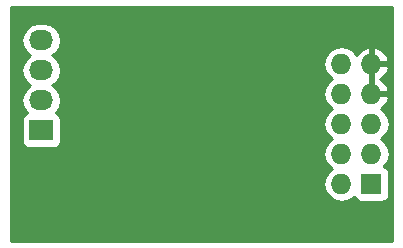
<source format=gbr>
G04 #@! TF.FileFunction,Copper,L2,Bot,Signal*
%FSLAX45Y45*%
G04 Gerber Fmt 4.5, Leading zero omitted, Abs format (unit mm)*
G04 Created by KiCad (PCBNEW 4.0.1-stable) date 12-Feb-16 12:46:57 PM*
%MOMM*%
G01*
G04 APERTURE LIST*
%ADD10C,0.100000*%
%ADD11R,2.032000X1.727200*%
%ADD12O,2.032000X1.727200*%
%ADD13R,1.727200X1.727200*%
%ADD14O,1.727200X1.727200*%
%ADD15C,0.600000*%
%ADD16C,0.500000*%
%ADD17C,0.254000*%
G04 APERTURE END LIST*
D10*
D11*
X318940Y-1104320D03*
D12*
X318940Y-850320D03*
X318940Y-596320D03*
X318940Y-342320D03*
D13*
X3114000Y-1557000D03*
D14*
X2860000Y-1557000D03*
X3114000Y-1303000D03*
X2860000Y-1303000D03*
X3114000Y-1049000D03*
X2860000Y-1049000D03*
X3114000Y-795000D03*
X2860000Y-795000D03*
X3114000Y-541000D03*
X2860000Y-541000D03*
D15*
X1643500Y-1433500D03*
X3108000Y-283000D03*
X2240000Y-220000D03*
X1045020Y-1328200D03*
X875000Y-910081D03*
X821860Y-398200D03*
D16*
X1643500Y-1433500D02*
X1639000Y-1438000D01*
X3108000Y-283000D02*
X3109000Y-282000D01*
X3109000Y-282000D02*
X3109000Y-281000D01*
X875000Y-910081D02*
X875000Y-1158180D01*
X875000Y-1158180D02*
X1045020Y-1328200D01*
D17*
G36*
X3287300Y-2037300D02*
X62700Y-2037300D01*
X62700Y-342320D01*
X150606Y-342320D01*
X162013Y-399669D01*
X194498Y-448287D01*
X225977Y-469320D01*
X194498Y-490353D01*
X162013Y-538971D01*
X150606Y-596320D01*
X162013Y-653669D01*
X194498Y-702287D01*
X225977Y-723320D01*
X194498Y-744353D01*
X162013Y-792971D01*
X150606Y-850320D01*
X162013Y-907669D01*
X194498Y-956287D01*
X195931Y-957244D01*
X193808Y-957644D01*
X172196Y-971551D01*
X157697Y-992771D01*
X152596Y-1017960D01*
X152596Y-1190680D01*
X157024Y-1214212D01*
X170931Y-1235824D01*
X192151Y-1250323D01*
X217340Y-1255424D01*
X420540Y-1255424D01*
X444072Y-1250996D01*
X465684Y-1237089D01*
X480183Y-1215869D01*
X485284Y-1190680D01*
X485284Y-1017960D01*
X480856Y-994428D01*
X466949Y-972816D01*
X445729Y-958317D01*
X441596Y-957480D01*
X443381Y-956287D01*
X475867Y-907669D01*
X487274Y-850320D01*
X475867Y-792971D01*
X443381Y-744353D01*
X411903Y-723320D01*
X443381Y-702287D01*
X475867Y-653669D01*
X487274Y-596320D01*
X476271Y-541000D01*
X2707204Y-541000D01*
X2718612Y-598349D01*
X2751097Y-646967D01*
X2782575Y-668000D01*
X2751097Y-689033D01*
X2718612Y-737651D01*
X2707204Y-795000D01*
X2718612Y-852349D01*
X2751097Y-900967D01*
X2782575Y-922000D01*
X2751097Y-943033D01*
X2718612Y-991651D01*
X2707204Y-1049000D01*
X2718612Y-1106349D01*
X2751097Y-1154967D01*
X2782575Y-1176000D01*
X2751097Y-1197033D01*
X2718612Y-1245651D01*
X2707204Y-1303000D01*
X2718612Y-1360349D01*
X2751097Y-1408967D01*
X2782575Y-1430000D01*
X2751097Y-1451033D01*
X2718612Y-1499651D01*
X2707204Y-1557000D01*
X2718612Y-1614349D01*
X2751097Y-1662967D01*
X2799715Y-1695453D01*
X2857064Y-1706860D01*
X2862936Y-1706860D01*
X2920285Y-1695453D01*
X2966844Y-1664343D01*
X2967324Y-1666892D01*
X2981231Y-1688504D01*
X3002451Y-1703003D01*
X3027640Y-1708104D01*
X3200360Y-1708104D01*
X3223892Y-1703676D01*
X3245504Y-1689769D01*
X3260003Y-1668549D01*
X3265104Y-1643360D01*
X3265104Y-1470640D01*
X3260676Y-1447108D01*
X3246769Y-1425496D01*
X3225549Y-1410997D01*
X3221187Y-1410114D01*
X3222903Y-1408967D01*
X3255388Y-1360349D01*
X3266796Y-1303000D01*
X3255388Y-1245651D01*
X3222903Y-1197033D01*
X3191425Y-1176000D01*
X3222903Y-1154967D01*
X3255388Y-1106349D01*
X3266796Y-1049000D01*
X3255388Y-991651D01*
X3222903Y-943033D01*
X3190577Y-921434D01*
X3202849Y-915682D01*
X3242269Y-872495D01*
X3259496Y-830903D01*
X3247382Y-807700D01*
X3126700Y-807700D01*
X3126700Y-809700D01*
X3101300Y-809700D01*
X3101300Y-807700D01*
X3099300Y-807700D01*
X3099300Y-782300D01*
X3101300Y-782300D01*
X3101300Y-553700D01*
X3126700Y-553700D01*
X3126700Y-782300D01*
X3247382Y-782300D01*
X3259496Y-759097D01*
X3242269Y-717505D01*
X3202849Y-674318D01*
X3189369Y-668000D01*
X3202849Y-661682D01*
X3242269Y-618495D01*
X3259496Y-576903D01*
X3247382Y-553700D01*
X3126700Y-553700D01*
X3101300Y-553700D01*
X3099300Y-553700D01*
X3099300Y-528300D01*
X3101300Y-528300D01*
X3101300Y-407553D01*
X3126700Y-407553D01*
X3126700Y-528300D01*
X3247382Y-528300D01*
X3259496Y-505097D01*
X3242269Y-463505D01*
X3202849Y-420318D01*
X3149903Y-395503D01*
X3126700Y-407553D01*
X3101300Y-407553D01*
X3078097Y-395503D01*
X3025151Y-420318D01*
X2986999Y-462116D01*
X2968903Y-435033D01*
X2920285Y-402547D01*
X2862936Y-391140D01*
X2857064Y-391140D01*
X2799715Y-402547D01*
X2751097Y-435033D01*
X2718612Y-483651D01*
X2707204Y-541000D01*
X476271Y-541000D01*
X475867Y-538971D01*
X443381Y-490353D01*
X411903Y-469320D01*
X443381Y-448287D01*
X475867Y-399669D01*
X487274Y-342320D01*
X475867Y-284971D01*
X443381Y-236353D01*
X394763Y-203867D01*
X337415Y-192460D01*
X300466Y-192460D01*
X243117Y-203867D01*
X194498Y-236353D01*
X162013Y-284971D01*
X150606Y-342320D01*
X62700Y-342320D01*
X62700Y-62700D01*
X3287300Y-62700D01*
X3287300Y-2037300D01*
X3287300Y-2037300D01*
G37*
X3287300Y-2037300D02*
X62700Y-2037300D01*
X62700Y-342320D01*
X150606Y-342320D01*
X162013Y-399669D01*
X194498Y-448287D01*
X225977Y-469320D01*
X194498Y-490353D01*
X162013Y-538971D01*
X150606Y-596320D01*
X162013Y-653669D01*
X194498Y-702287D01*
X225977Y-723320D01*
X194498Y-744353D01*
X162013Y-792971D01*
X150606Y-850320D01*
X162013Y-907669D01*
X194498Y-956287D01*
X195931Y-957244D01*
X193808Y-957644D01*
X172196Y-971551D01*
X157697Y-992771D01*
X152596Y-1017960D01*
X152596Y-1190680D01*
X157024Y-1214212D01*
X170931Y-1235824D01*
X192151Y-1250323D01*
X217340Y-1255424D01*
X420540Y-1255424D01*
X444072Y-1250996D01*
X465684Y-1237089D01*
X480183Y-1215869D01*
X485284Y-1190680D01*
X485284Y-1017960D01*
X480856Y-994428D01*
X466949Y-972816D01*
X445729Y-958317D01*
X441596Y-957480D01*
X443381Y-956287D01*
X475867Y-907669D01*
X487274Y-850320D01*
X475867Y-792971D01*
X443381Y-744353D01*
X411903Y-723320D01*
X443381Y-702287D01*
X475867Y-653669D01*
X487274Y-596320D01*
X476271Y-541000D01*
X2707204Y-541000D01*
X2718612Y-598349D01*
X2751097Y-646967D01*
X2782575Y-668000D01*
X2751097Y-689033D01*
X2718612Y-737651D01*
X2707204Y-795000D01*
X2718612Y-852349D01*
X2751097Y-900967D01*
X2782575Y-922000D01*
X2751097Y-943033D01*
X2718612Y-991651D01*
X2707204Y-1049000D01*
X2718612Y-1106349D01*
X2751097Y-1154967D01*
X2782575Y-1176000D01*
X2751097Y-1197033D01*
X2718612Y-1245651D01*
X2707204Y-1303000D01*
X2718612Y-1360349D01*
X2751097Y-1408967D01*
X2782575Y-1430000D01*
X2751097Y-1451033D01*
X2718612Y-1499651D01*
X2707204Y-1557000D01*
X2718612Y-1614349D01*
X2751097Y-1662967D01*
X2799715Y-1695453D01*
X2857064Y-1706860D01*
X2862936Y-1706860D01*
X2920285Y-1695453D01*
X2966844Y-1664343D01*
X2967324Y-1666892D01*
X2981231Y-1688504D01*
X3002451Y-1703003D01*
X3027640Y-1708104D01*
X3200360Y-1708104D01*
X3223892Y-1703676D01*
X3245504Y-1689769D01*
X3260003Y-1668549D01*
X3265104Y-1643360D01*
X3265104Y-1470640D01*
X3260676Y-1447108D01*
X3246769Y-1425496D01*
X3225549Y-1410997D01*
X3221187Y-1410114D01*
X3222903Y-1408967D01*
X3255388Y-1360349D01*
X3266796Y-1303000D01*
X3255388Y-1245651D01*
X3222903Y-1197033D01*
X3191425Y-1176000D01*
X3222903Y-1154967D01*
X3255388Y-1106349D01*
X3266796Y-1049000D01*
X3255388Y-991651D01*
X3222903Y-943033D01*
X3190577Y-921434D01*
X3202849Y-915682D01*
X3242269Y-872495D01*
X3259496Y-830903D01*
X3247382Y-807700D01*
X3126700Y-807700D01*
X3126700Y-809700D01*
X3101300Y-809700D01*
X3101300Y-807700D01*
X3099300Y-807700D01*
X3099300Y-782300D01*
X3101300Y-782300D01*
X3101300Y-553700D01*
X3126700Y-553700D01*
X3126700Y-782300D01*
X3247382Y-782300D01*
X3259496Y-759097D01*
X3242269Y-717505D01*
X3202849Y-674318D01*
X3189369Y-668000D01*
X3202849Y-661682D01*
X3242269Y-618495D01*
X3259496Y-576903D01*
X3247382Y-553700D01*
X3126700Y-553700D01*
X3101300Y-553700D01*
X3099300Y-553700D01*
X3099300Y-528300D01*
X3101300Y-528300D01*
X3101300Y-407553D01*
X3126700Y-407553D01*
X3126700Y-528300D01*
X3247382Y-528300D01*
X3259496Y-505097D01*
X3242269Y-463505D01*
X3202849Y-420318D01*
X3149903Y-395503D01*
X3126700Y-407553D01*
X3101300Y-407553D01*
X3078097Y-395503D01*
X3025151Y-420318D01*
X2986999Y-462116D01*
X2968903Y-435033D01*
X2920285Y-402547D01*
X2862936Y-391140D01*
X2857064Y-391140D01*
X2799715Y-402547D01*
X2751097Y-435033D01*
X2718612Y-483651D01*
X2707204Y-541000D01*
X476271Y-541000D01*
X475867Y-538971D01*
X443381Y-490353D01*
X411903Y-469320D01*
X443381Y-448287D01*
X475867Y-399669D01*
X487274Y-342320D01*
X475867Y-284971D01*
X443381Y-236353D01*
X394763Y-203867D01*
X337415Y-192460D01*
X300466Y-192460D01*
X243117Y-203867D01*
X194498Y-236353D01*
X162013Y-284971D01*
X150606Y-342320D01*
X62700Y-342320D01*
X62700Y-62700D01*
X3287300Y-62700D01*
X3287300Y-2037300D01*
M02*

</source>
